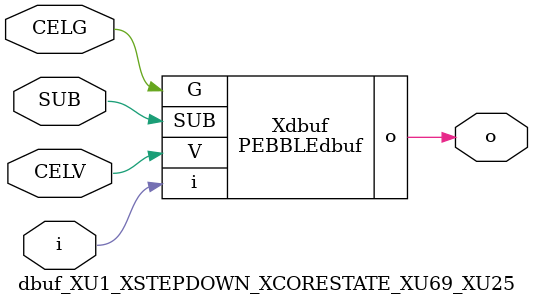
<source format=v>



module PEBBLEdbuf ( o, G, SUB, V, i );

  input V;
  input i;
  input G;
  output o;
  input SUB;
endmodule

//Celera Confidential Do Not Copy dbuf_XU1_XSTEPDOWN_XCORESTATE_XU69_XU25
//Celera Confidential Symbol Generator
//Digital Buffer
module dbuf_XU1_XSTEPDOWN_XCORESTATE_XU69_XU25 (CELV,CELG,i,o,SUB);
input CELV;
input CELG;
input i;
input SUB;
output o;

//Celera Confidential Do Not Copy dbuf
PEBBLEdbuf Xdbuf(
.V (CELV),
.i (i),
.o (o),
.SUB (SUB),
.G (CELG)
);
//,diesize,PEBBLEdbuf

//Celera Confidential Do Not Copy Module End
//Celera Schematic Generator
endmodule

</source>
